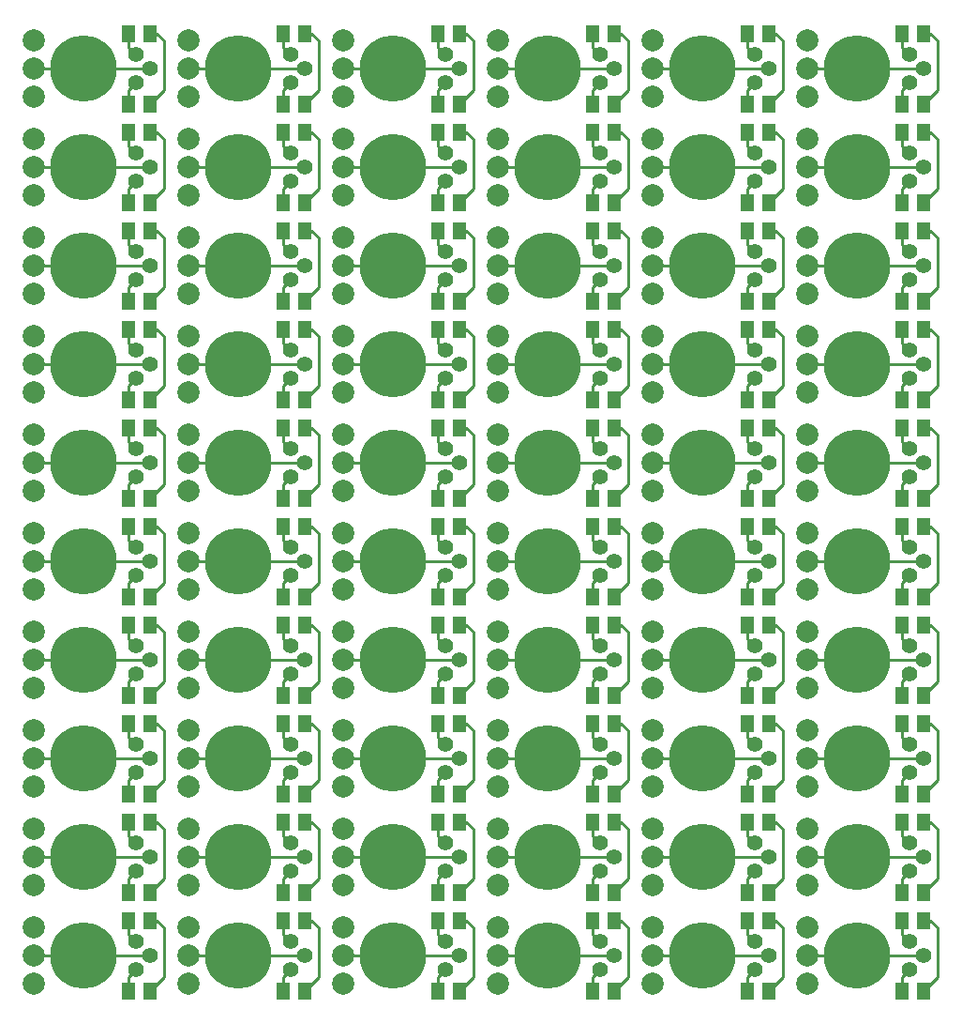
<source format=gbr>
%FSLAX34Y34*%
%MOMM*%
%LNCOPPER_TOP*%
G71*
G01*
%ADD10C, 1.400*%
%ADD11R, 1.300X1.600*%
%ADD12C, 0.250*%
%ADD13C, 2.000*%
%ADD14C, 6.000*%
%LPD*%
X114300Y962025D02*
G54D10*
D03*
X127000Y949325D02*
G54D10*
D03*
X114300Y936625D02*
G54D10*
D03*
X126950Y981075D02*
G54D11*
D03*
X107950Y981075D02*
G54D11*
D03*
X126950Y917575D02*
G54D11*
D03*
X107950Y917575D02*
G54D11*
D03*
G54D12*
X107950Y981075D02*
X107950Y968375D01*
X114300Y962025D01*
G54D12*
X126950Y981075D02*
X133350Y981075D01*
X139700Y974725D01*
X139700Y930325D01*
X126950Y917575D01*
G54D12*
X107950Y917575D02*
X107950Y930275D01*
X114300Y936625D01*
X22225Y949325D02*
G54D13*
D03*
X22225Y974725D02*
G54D13*
D03*
X22225Y923925D02*
G54D13*
D03*
X66675Y949325D02*
G54D14*
D03*
G54D12*
X15875Y949325D02*
X63500Y949325D01*
G54D12*
X63500Y949325D02*
X127000Y949325D01*
X254000Y962025D02*
G54D10*
D03*
X266700Y949325D02*
G54D10*
D03*
X254000Y936625D02*
G54D10*
D03*
X266650Y981075D02*
G54D11*
D03*
X247650Y981075D02*
G54D11*
D03*
X266650Y917575D02*
G54D11*
D03*
X247650Y917575D02*
G54D11*
D03*
G54D12*
X247650Y981075D02*
X247650Y968375D01*
X254000Y962025D01*
G54D12*
X266650Y981075D02*
X273050Y981075D01*
X279400Y974725D01*
X279400Y930325D01*
X266650Y917575D01*
G54D12*
X247650Y917575D02*
X247650Y930275D01*
X254000Y936625D01*
X161925Y949325D02*
G54D13*
D03*
X161925Y974725D02*
G54D13*
D03*
X161925Y923925D02*
G54D13*
D03*
X206375Y949325D02*
G54D14*
D03*
G54D12*
X155575Y949325D02*
X203200Y949325D01*
G54D12*
X203200Y949325D02*
X266700Y949325D01*
X393700Y962025D02*
G54D10*
D03*
X406400Y949325D02*
G54D10*
D03*
X393700Y936625D02*
G54D10*
D03*
X406350Y981075D02*
G54D11*
D03*
X387350Y981075D02*
G54D11*
D03*
X406350Y917575D02*
G54D11*
D03*
X387350Y917575D02*
G54D11*
D03*
G54D12*
X387350Y981075D02*
X387350Y968375D01*
X393700Y962025D01*
G54D12*
X406350Y981075D02*
X412750Y981075D01*
X419100Y974725D01*
X419100Y930325D01*
X406350Y917575D01*
G54D12*
X387350Y917575D02*
X387350Y930275D01*
X393700Y936625D01*
X301625Y949325D02*
G54D13*
D03*
X301625Y974725D02*
G54D13*
D03*
X301625Y923925D02*
G54D13*
D03*
X346075Y949325D02*
G54D14*
D03*
G54D12*
X295275Y949325D02*
X342900Y949325D01*
G54D12*
X342900Y949325D02*
X406400Y949325D01*
X533400Y962025D02*
G54D10*
D03*
X546100Y949325D02*
G54D10*
D03*
X533400Y936625D02*
G54D10*
D03*
X546050Y981075D02*
G54D11*
D03*
X527050Y981075D02*
G54D11*
D03*
X546050Y917575D02*
G54D11*
D03*
X527050Y917575D02*
G54D11*
D03*
G54D12*
X527050Y981075D02*
X527050Y968375D01*
X533400Y962025D01*
G54D12*
X546050Y981075D02*
X552450Y981075D01*
X558800Y974725D01*
X558800Y930325D01*
X546050Y917575D01*
G54D12*
X527050Y917575D02*
X527050Y930275D01*
X533400Y936625D01*
X441325Y949325D02*
G54D13*
D03*
X441325Y974725D02*
G54D13*
D03*
X441325Y923925D02*
G54D13*
D03*
X485775Y949325D02*
G54D14*
D03*
G54D12*
X434975Y949325D02*
X482600Y949325D01*
G54D12*
X482600Y949325D02*
X546100Y949325D01*
X673100Y962025D02*
G54D10*
D03*
X685800Y949325D02*
G54D10*
D03*
X673100Y936625D02*
G54D10*
D03*
X685750Y981075D02*
G54D11*
D03*
X666750Y981075D02*
G54D11*
D03*
X685750Y917575D02*
G54D11*
D03*
X666750Y917575D02*
G54D11*
D03*
G54D12*
X666750Y981075D02*
X666750Y968375D01*
X673100Y962025D01*
G54D12*
X685750Y981075D02*
X692150Y981075D01*
X698500Y974725D01*
X698500Y930325D01*
X685750Y917575D01*
G54D12*
X666750Y917575D02*
X666750Y930275D01*
X673100Y936625D01*
X581025Y949325D02*
G54D13*
D03*
X581025Y974725D02*
G54D13*
D03*
X581025Y923925D02*
G54D13*
D03*
X625475Y949325D02*
G54D14*
D03*
G54D12*
X574675Y949325D02*
X622300Y949325D01*
G54D12*
X622300Y949325D02*
X685800Y949325D01*
X812800Y962025D02*
G54D10*
D03*
X825500Y949325D02*
G54D10*
D03*
X812800Y936625D02*
G54D10*
D03*
X825450Y981075D02*
G54D11*
D03*
X806450Y981075D02*
G54D11*
D03*
X825450Y917575D02*
G54D11*
D03*
X806450Y917575D02*
G54D11*
D03*
G54D12*
X806450Y981075D02*
X806450Y968375D01*
X812800Y962025D01*
G54D12*
X825450Y981075D02*
X831850Y981075D01*
X838200Y974725D01*
X838200Y930325D01*
X825450Y917575D01*
G54D12*
X806450Y917575D02*
X806450Y930275D01*
X812800Y936625D01*
X720725Y949325D02*
G54D13*
D03*
X720725Y974725D02*
G54D13*
D03*
X720725Y923925D02*
G54D13*
D03*
X765175Y949325D02*
G54D14*
D03*
G54D12*
X714375Y949325D02*
X762000Y949325D01*
G54D12*
X762000Y949325D02*
X825500Y949325D01*
X114300Y873125D02*
G54D10*
D03*
X127000Y860425D02*
G54D10*
D03*
X114300Y847725D02*
G54D10*
D03*
X126950Y892175D02*
G54D11*
D03*
X107950Y892175D02*
G54D11*
D03*
X126950Y828675D02*
G54D11*
D03*
X107950Y828675D02*
G54D11*
D03*
G54D12*
X107950Y892175D02*
X107950Y879475D01*
X114300Y873125D01*
G54D12*
X126950Y892175D02*
X133350Y892175D01*
X139700Y885825D01*
X139700Y841425D01*
X126950Y828675D01*
G54D12*
X107950Y828675D02*
X107950Y841375D01*
X114300Y847725D01*
X22225Y860425D02*
G54D13*
D03*
X22225Y885825D02*
G54D13*
D03*
X22225Y835025D02*
G54D13*
D03*
X66675Y860425D02*
G54D14*
D03*
G54D12*
X15875Y860425D02*
X63500Y860425D01*
G54D12*
X63500Y860425D02*
X127000Y860425D01*
X254000Y873125D02*
G54D10*
D03*
X266700Y860425D02*
G54D10*
D03*
X254000Y847725D02*
G54D10*
D03*
X266650Y892175D02*
G54D11*
D03*
X247650Y892175D02*
G54D11*
D03*
X266650Y828675D02*
G54D11*
D03*
X247650Y828675D02*
G54D11*
D03*
G54D12*
X247650Y892175D02*
X247650Y879475D01*
X254000Y873125D01*
G54D12*
X266650Y892175D02*
X273050Y892175D01*
X279400Y885825D01*
X279400Y841425D01*
X266650Y828675D01*
G54D12*
X247650Y828675D02*
X247650Y841375D01*
X254000Y847725D01*
X161925Y860425D02*
G54D13*
D03*
X161925Y885825D02*
G54D13*
D03*
X161925Y835025D02*
G54D13*
D03*
X206375Y860425D02*
G54D14*
D03*
G54D12*
X155575Y860425D02*
X203200Y860425D01*
G54D12*
X203200Y860425D02*
X266700Y860425D01*
X393700Y873125D02*
G54D10*
D03*
X406400Y860425D02*
G54D10*
D03*
X393700Y847725D02*
G54D10*
D03*
X406350Y892175D02*
G54D11*
D03*
X387350Y892175D02*
G54D11*
D03*
X406350Y828675D02*
G54D11*
D03*
X387350Y828675D02*
G54D11*
D03*
G54D12*
X387350Y892175D02*
X387350Y879475D01*
X393700Y873125D01*
G54D12*
X406350Y892175D02*
X412750Y892175D01*
X419100Y885825D01*
X419100Y841425D01*
X406350Y828675D01*
G54D12*
X387350Y828675D02*
X387350Y841375D01*
X393700Y847725D01*
X301625Y860425D02*
G54D13*
D03*
X301625Y885825D02*
G54D13*
D03*
X301625Y835025D02*
G54D13*
D03*
X346075Y860425D02*
G54D14*
D03*
G54D12*
X295275Y860425D02*
X342900Y860425D01*
G54D12*
X342900Y860425D02*
X406400Y860425D01*
X533400Y873125D02*
G54D10*
D03*
X546100Y860425D02*
G54D10*
D03*
X533400Y847725D02*
G54D10*
D03*
X546050Y892175D02*
G54D11*
D03*
X527050Y892175D02*
G54D11*
D03*
X546050Y828675D02*
G54D11*
D03*
X527050Y828675D02*
G54D11*
D03*
G54D12*
X527050Y892175D02*
X527050Y879475D01*
X533400Y873125D01*
G54D12*
X546050Y892175D02*
X552450Y892175D01*
X558800Y885825D01*
X558800Y841425D01*
X546050Y828675D01*
G54D12*
X527050Y828675D02*
X527050Y841375D01*
X533400Y847725D01*
X441325Y860425D02*
G54D13*
D03*
X441325Y885825D02*
G54D13*
D03*
X441325Y835025D02*
G54D13*
D03*
X485775Y860425D02*
G54D14*
D03*
G54D12*
X434975Y860425D02*
X482600Y860425D01*
G54D12*
X482600Y860425D02*
X546100Y860425D01*
X673100Y873125D02*
G54D10*
D03*
X685800Y860425D02*
G54D10*
D03*
X673100Y847725D02*
G54D10*
D03*
X685750Y892175D02*
G54D11*
D03*
X666750Y892175D02*
G54D11*
D03*
X685750Y828675D02*
G54D11*
D03*
X666750Y828675D02*
G54D11*
D03*
G54D12*
X666750Y892175D02*
X666750Y879475D01*
X673100Y873125D01*
G54D12*
X685750Y892175D02*
X692150Y892175D01*
X698500Y885825D01*
X698500Y841425D01*
X685750Y828675D01*
G54D12*
X666750Y828675D02*
X666750Y841375D01*
X673100Y847725D01*
X581025Y860425D02*
G54D13*
D03*
X581025Y885825D02*
G54D13*
D03*
X581025Y835025D02*
G54D13*
D03*
X625475Y860425D02*
G54D14*
D03*
G54D12*
X574675Y860425D02*
X622300Y860425D01*
G54D12*
X622300Y860425D02*
X685800Y860425D01*
X812800Y873125D02*
G54D10*
D03*
X825500Y860425D02*
G54D10*
D03*
X812800Y847725D02*
G54D10*
D03*
X825450Y892175D02*
G54D11*
D03*
X806450Y892175D02*
G54D11*
D03*
X825450Y828675D02*
G54D11*
D03*
X806450Y828675D02*
G54D11*
D03*
G54D12*
X806450Y892175D02*
X806450Y879475D01*
X812800Y873125D01*
G54D12*
X825450Y892175D02*
X831850Y892175D01*
X838200Y885825D01*
X838200Y841425D01*
X825450Y828675D01*
G54D12*
X806450Y828675D02*
X806450Y841375D01*
X812800Y847725D01*
X720725Y860425D02*
G54D13*
D03*
X720725Y885825D02*
G54D13*
D03*
X720725Y835025D02*
G54D13*
D03*
X765175Y860425D02*
G54D14*
D03*
G54D12*
X714375Y860425D02*
X762000Y860425D01*
G54D12*
X762000Y860425D02*
X825500Y860425D01*
X114300Y784225D02*
G54D10*
D03*
X127000Y771525D02*
G54D10*
D03*
X114300Y758825D02*
G54D10*
D03*
X126950Y803275D02*
G54D11*
D03*
X107950Y803275D02*
G54D11*
D03*
X126950Y739775D02*
G54D11*
D03*
X107950Y739775D02*
G54D11*
D03*
G54D12*
X107950Y803275D02*
X107950Y790575D01*
X114300Y784225D01*
G54D12*
X126950Y803275D02*
X133350Y803275D01*
X139700Y796925D01*
X139700Y752525D01*
X126950Y739775D01*
G54D12*
X107950Y739775D02*
X107950Y752475D01*
X114300Y758825D01*
X22225Y771525D02*
G54D13*
D03*
X22225Y796925D02*
G54D13*
D03*
X22225Y746125D02*
G54D13*
D03*
X66675Y771525D02*
G54D14*
D03*
G54D12*
X15875Y771525D02*
X63500Y771525D01*
G54D12*
X63500Y771525D02*
X127000Y771525D01*
X254000Y784225D02*
G54D10*
D03*
X266700Y771525D02*
G54D10*
D03*
X254000Y758825D02*
G54D10*
D03*
X266650Y803275D02*
G54D11*
D03*
X247650Y803275D02*
G54D11*
D03*
X266650Y739775D02*
G54D11*
D03*
X247650Y739775D02*
G54D11*
D03*
G54D12*
X247650Y803275D02*
X247650Y790575D01*
X254000Y784225D01*
G54D12*
X266650Y803275D02*
X273050Y803275D01*
X279400Y796925D01*
X279400Y752525D01*
X266650Y739775D01*
G54D12*
X247650Y739775D02*
X247650Y752475D01*
X254000Y758825D01*
X161925Y771525D02*
G54D13*
D03*
X161925Y796925D02*
G54D13*
D03*
X161925Y746125D02*
G54D13*
D03*
X206375Y771525D02*
G54D14*
D03*
G54D12*
X155575Y771525D02*
X203200Y771525D01*
G54D12*
X203200Y771525D02*
X266700Y771525D01*
X393700Y784225D02*
G54D10*
D03*
X406400Y771525D02*
G54D10*
D03*
X393700Y758825D02*
G54D10*
D03*
X406350Y803275D02*
G54D11*
D03*
X387350Y803275D02*
G54D11*
D03*
X406350Y739775D02*
G54D11*
D03*
X387350Y739775D02*
G54D11*
D03*
G54D12*
X387350Y803275D02*
X387350Y790575D01*
X393700Y784225D01*
G54D12*
X406350Y803275D02*
X412750Y803275D01*
X419100Y796925D01*
X419100Y752525D01*
X406350Y739775D01*
G54D12*
X387350Y739775D02*
X387350Y752475D01*
X393700Y758825D01*
X301625Y771525D02*
G54D13*
D03*
X301625Y796925D02*
G54D13*
D03*
X301625Y746125D02*
G54D13*
D03*
X346075Y771525D02*
G54D14*
D03*
G54D12*
X295275Y771525D02*
X342900Y771525D01*
G54D12*
X342900Y771525D02*
X406400Y771525D01*
X533400Y784225D02*
G54D10*
D03*
X546100Y771525D02*
G54D10*
D03*
X533400Y758825D02*
G54D10*
D03*
X546050Y803275D02*
G54D11*
D03*
X527050Y803275D02*
G54D11*
D03*
X546050Y739775D02*
G54D11*
D03*
X527050Y739775D02*
G54D11*
D03*
G54D12*
X527050Y803275D02*
X527050Y790575D01*
X533400Y784225D01*
G54D12*
X546050Y803275D02*
X552450Y803275D01*
X558800Y796925D01*
X558800Y752525D01*
X546050Y739775D01*
G54D12*
X527050Y739775D02*
X527050Y752475D01*
X533400Y758825D01*
X441325Y771525D02*
G54D13*
D03*
X441325Y796925D02*
G54D13*
D03*
X441325Y746125D02*
G54D13*
D03*
X485775Y771525D02*
G54D14*
D03*
G54D12*
X434975Y771525D02*
X482600Y771525D01*
G54D12*
X482600Y771525D02*
X546100Y771525D01*
X673100Y784225D02*
G54D10*
D03*
X685800Y771525D02*
G54D10*
D03*
X673100Y758825D02*
G54D10*
D03*
X685750Y803275D02*
G54D11*
D03*
X666750Y803275D02*
G54D11*
D03*
X685750Y739775D02*
G54D11*
D03*
X666750Y739775D02*
G54D11*
D03*
G54D12*
X666750Y803275D02*
X666750Y790575D01*
X673100Y784225D01*
G54D12*
X685750Y803275D02*
X692150Y803275D01*
X698500Y796925D01*
X698500Y752525D01*
X685750Y739775D01*
G54D12*
X666750Y739775D02*
X666750Y752475D01*
X673100Y758825D01*
X581025Y771525D02*
G54D13*
D03*
X581025Y796925D02*
G54D13*
D03*
X581025Y746125D02*
G54D13*
D03*
X625475Y771525D02*
G54D14*
D03*
G54D12*
X574675Y771525D02*
X622300Y771525D01*
G54D12*
X622300Y771525D02*
X685800Y771525D01*
X812800Y784225D02*
G54D10*
D03*
X825500Y771525D02*
G54D10*
D03*
X812800Y758825D02*
G54D10*
D03*
X825450Y803275D02*
G54D11*
D03*
X806450Y803275D02*
G54D11*
D03*
X825450Y739775D02*
G54D11*
D03*
X806450Y739775D02*
G54D11*
D03*
G54D12*
X806450Y803275D02*
X806450Y790575D01*
X812800Y784225D01*
G54D12*
X825450Y803275D02*
X831850Y803275D01*
X838200Y796925D01*
X838200Y752525D01*
X825450Y739775D01*
G54D12*
X806450Y739775D02*
X806450Y752475D01*
X812800Y758825D01*
X720725Y771525D02*
G54D13*
D03*
X720725Y796925D02*
G54D13*
D03*
X720725Y746125D02*
G54D13*
D03*
X765175Y771525D02*
G54D14*
D03*
G54D12*
X714375Y771525D02*
X762000Y771525D01*
G54D12*
X762000Y771525D02*
X825500Y771525D01*
X114300Y695325D02*
G54D10*
D03*
X127000Y682625D02*
G54D10*
D03*
X114300Y669925D02*
G54D10*
D03*
X126950Y714375D02*
G54D11*
D03*
X107950Y714375D02*
G54D11*
D03*
X126950Y650875D02*
G54D11*
D03*
X107950Y650875D02*
G54D11*
D03*
G54D12*
X107950Y714375D02*
X107950Y701675D01*
X114300Y695325D01*
G54D12*
X126950Y714375D02*
X133350Y714375D01*
X139700Y708025D01*
X139700Y663625D01*
X126950Y650875D01*
G54D12*
X107950Y650875D02*
X107950Y663575D01*
X114300Y669925D01*
X22225Y682625D02*
G54D13*
D03*
X22225Y708025D02*
G54D13*
D03*
X22225Y657225D02*
G54D13*
D03*
X66675Y682625D02*
G54D14*
D03*
G54D12*
X15875Y682625D02*
X63500Y682625D01*
G54D12*
X63500Y682625D02*
X127000Y682625D01*
X254000Y695325D02*
G54D10*
D03*
X266700Y682625D02*
G54D10*
D03*
X254000Y669925D02*
G54D10*
D03*
X266650Y714375D02*
G54D11*
D03*
X247650Y714375D02*
G54D11*
D03*
X266650Y650875D02*
G54D11*
D03*
X247650Y650875D02*
G54D11*
D03*
G54D12*
X247650Y714375D02*
X247650Y701675D01*
X254000Y695325D01*
G54D12*
X266650Y714375D02*
X273050Y714375D01*
X279400Y708025D01*
X279400Y663625D01*
X266650Y650875D01*
G54D12*
X247650Y650875D02*
X247650Y663575D01*
X254000Y669925D01*
X161925Y682625D02*
G54D13*
D03*
X161925Y708025D02*
G54D13*
D03*
X161925Y657225D02*
G54D13*
D03*
X206375Y682625D02*
G54D14*
D03*
G54D12*
X155575Y682625D02*
X203200Y682625D01*
G54D12*
X203200Y682625D02*
X266700Y682625D01*
X393700Y695325D02*
G54D10*
D03*
X406400Y682625D02*
G54D10*
D03*
X393700Y669925D02*
G54D10*
D03*
X406350Y714375D02*
G54D11*
D03*
X387350Y714375D02*
G54D11*
D03*
X406350Y650875D02*
G54D11*
D03*
X387350Y650875D02*
G54D11*
D03*
G54D12*
X387350Y714375D02*
X387350Y701675D01*
X393700Y695325D01*
G54D12*
X406350Y714375D02*
X412750Y714375D01*
X419100Y708025D01*
X419100Y663625D01*
X406350Y650875D01*
G54D12*
X387350Y650875D02*
X387350Y663575D01*
X393700Y669925D01*
X301625Y682625D02*
G54D13*
D03*
X301625Y708025D02*
G54D13*
D03*
X301625Y657225D02*
G54D13*
D03*
X346075Y682625D02*
G54D14*
D03*
G54D12*
X295275Y682625D02*
X342900Y682625D01*
G54D12*
X342900Y682625D02*
X406400Y682625D01*
X533400Y695325D02*
G54D10*
D03*
X546100Y682625D02*
G54D10*
D03*
X533400Y669925D02*
G54D10*
D03*
X546050Y714375D02*
G54D11*
D03*
X527050Y714375D02*
G54D11*
D03*
X546050Y650875D02*
G54D11*
D03*
X527050Y650875D02*
G54D11*
D03*
G54D12*
X527050Y714375D02*
X527050Y701675D01*
X533400Y695325D01*
G54D12*
X546050Y714375D02*
X552450Y714375D01*
X558800Y708025D01*
X558800Y663625D01*
X546050Y650875D01*
G54D12*
X527050Y650875D02*
X527050Y663575D01*
X533400Y669925D01*
X441325Y682625D02*
G54D13*
D03*
X441325Y708025D02*
G54D13*
D03*
X441325Y657225D02*
G54D13*
D03*
X485775Y682625D02*
G54D14*
D03*
G54D12*
X434975Y682625D02*
X482600Y682625D01*
G54D12*
X482600Y682625D02*
X546100Y682625D01*
X673100Y695325D02*
G54D10*
D03*
X685800Y682625D02*
G54D10*
D03*
X673100Y669925D02*
G54D10*
D03*
X685750Y714375D02*
G54D11*
D03*
X666750Y714375D02*
G54D11*
D03*
X685750Y650875D02*
G54D11*
D03*
X666750Y650875D02*
G54D11*
D03*
G54D12*
X666750Y714375D02*
X666750Y701675D01*
X673100Y695325D01*
G54D12*
X685750Y714375D02*
X692150Y714375D01*
X698500Y708025D01*
X698500Y663625D01*
X685750Y650875D01*
G54D12*
X666750Y650875D02*
X666750Y663575D01*
X673100Y669925D01*
X581025Y682625D02*
G54D13*
D03*
X581025Y708025D02*
G54D13*
D03*
X581025Y657225D02*
G54D13*
D03*
X625475Y682625D02*
G54D14*
D03*
G54D12*
X574675Y682625D02*
X622300Y682625D01*
G54D12*
X622300Y682625D02*
X685800Y682625D01*
X812800Y695325D02*
G54D10*
D03*
X825500Y682625D02*
G54D10*
D03*
X812800Y669925D02*
G54D10*
D03*
X825450Y714375D02*
G54D11*
D03*
X806450Y714375D02*
G54D11*
D03*
X825450Y650875D02*
G54D11*
D03*
X806450Y650875D02*
G54D11*
D03*
G54D12*
X806450Y714375D02*
X806450Y701675D01*
X812800Y695325D01*
G54D12*
X825450Y714375D02*
X831850Y714375D01*
X838200Y708025D01*
X838200Y663625D01*
X825450Y650875D01*
G54D12*
X806450Y650875D02*
X806450Y663575D01*
X812800Y669925D01*
X720725Y682625D02*
G54D13*
D03*
X720725Y708025D02*
G54D13*
D03*
X720725Y657225D02*
G54D13*
D03*
X765175Y682625D02*
G54D14*
D03*
G54D12*
X714375Y682625D02*
X762000Y682625D01*
G54D12*
X762000Y682625D02*
X825500Y682625D01*
X114300Y606425D02*
G54D10*
D03*
X127000Y593725D02*
G54D10*
D03*
X114300Y581025D02*
G54D10*
D03*
X126950Y625475D02*
G54D11*
D03*
X107950Y625475D02*
G54D11*
D03*
X126950Y561975D02*
G54D11*
D03*
X107950Y561975D02*
G54D11*
D03*
G54D12*
X107950Y625475D02*
X107950Y612775D01*
X114300Y606425D01*
G54D12*
X126950Y625475D02*
X133350Y625475D01*
X139700Y619125D01*
X139700Y574725D01*
X126950Y561975D01*
G54D12*
X107950Y561975D02*
X107950Y574675D01*
X114300Y581025D01*
X22225Y593725D02*
G54D13*
D03*
X22225Y619125D02*
G54D13*
D03*
X22225Y568325D02*
G54D13*
D03*
X66675Y593725D02*
G54D14*
D03*
G54D12*
X15875Y593725D02*
X63500Y593725D01*
G54D12*
X63500Y593725D02*
X127000Y593725D01*
X254000Y606425D02*
G54D10*
D03*
X266700Y593725D02*
G54D10*
D03*
X254000Y581025D02*
G54D10*
D03*
X266650Y625475D02*
G54D11*
D03*
X247650Y625475D02*
G54D11*
D03*
X266650Y561975D02*
G54D11*
D03*
X247650Y561975D02*
G54D11*
D03*
G54D12*
X247650Y625475D02*
X247650Y612775D01*
X254000Y606425D01*
G54D12*
X266650Y625475D02*
X273050Y625475D01*
X279400Y619125D01*
X279400Y574725D01*
X266650Y561975D01*
G54D12*
X247650Y561975D02*
X247650Y574675D01*
X254000Y581025D01*
X161925Y593725D02*
G54D13*
D03*
X161925Y619125D02*
G54D13*
D03*
X161925Y568325D02*
G54D13*
D03*
X206375Y593725D02*
G54D14*
D03*
G54D12*
X155575Y593725D02*
X203200Y593725D01*
G54D12*
X203200Y593725D02*
X266700Y593725D01*
X393700Y606425D02*
G54D10*
D03*
X406400Y593725D02*
G54D10*
D03*
X393700Y581025D02*
G54D10*
D03*
X406350Y625475D02*
G54D11*
D03*
X387350Y625475D02*
G54D11*
D03*
X406350Y561975D02*
G54D11*
D03*
X387350Y561975D02*
G54D11*
D03*
G54D12*
X387350Y625475D02*
X387350Y612775D01*
X393700Y606425D01*
G54D12*
X406350Y625475D02*
X412750Y625475D01*
X419100Y619125D01*
X419100Y574725D01*
X406350Y561975D01*
G54D12*
X387350Y561975D02*
X387350Y574675D01*
X393700Y581025D01*
X301625Y593725D02*
G54D13*
D03*
X301625Y619125D02*
G54D13*
D03*
X301625Y568325D02*
G54D13*
D03*
X346075Y593725D02*
G54D14*
D03*
G54D12*
X295275Y593725D02*
X342900Y593725D01*
G54D12*
X342900Y593725D02*
X406400Y593725D01*
X533400Y606425D02*
G54D10*
D03*
X546100Y593725D02*
G54D10*
D03*
X533400Y581025D02*
G54D10*
D03*
X546050Y625475D02*
G54D11*
D03*
X527050Y625475D02*
G54D11*
D03*
X546050Y561975D02*
G54D11*
D03*
X527050Y561975D02*
G54D11*
D03*
G54D12*
X527050Y625475D02*
X527050Y612775D01*
X533400Y606425D01*
G54D12*
X546050Y625475D02*
X552450Y625475D01*
X558800Y619125D01*
X558800Y574725D01*
X546050Y561975D01*
G54D12*
X527050Y561975D02*
X527050Y574675D01*
X533400Y581025D01*
X441325Y593725D02*
G54D13*
D03*
X441325Y619125D02*
G54D13*
D03*
X441325Y568325D02*
G54D13*
D03*
X485775Y593725D02*
G54D14*
D03*
G54D12*
X434975Y593725D02*
X482600Y593725D01*
G54D12*
X482600Y593725D02*
X546100Y593725D01*
X673100Y606425D02*
G54D10*
D03*
X685800Y593725D02*
G54D10*
D03*
X673100Y581025D02*
G54D10*
D03*
X685750Y625475D02*
G54D11*
D03*
X666750Y625475D02*
G54D11*
D03*
X685750Y561975D02*
G54D11*
D03*
X666750Y561975D02*
G54D11*
D03*
G54D12*
X666750Y625475D02*
X666750Y612775D01*
X673100Y606425D01*
G54D12*
X685750Y625475D02*
X692150Y625475D01*
X698500Y619125D01*
X698500Y574725D01*
X685750Y561975D01*
G54D12*
X666750Y561975D02*
X666750Y574675D01*
X673100Y581025D01*
X581025Y593725D02*
G54D13*
D03*
X581025Y619125D02*
G54D13*
D03*
X581025Y568325D02*
G54D13*
D03*
X625475Y593725D02*
G54D14*
D03*
G54D12*
X574675Y593725D02*
X622300Y593725D01*
G54D12*
X622300Y593725D02*
X685800Y593725D01*
X812800Y606425D02*
G54D10*
D03*
X825500Y593725D02*
G54D10*
D03*
X812800Y581025D02*
G54D10*
D03*
X825450Y625475D02*
G54D11*
D03*
X806450Y625475D02*
G54D11*
D03*
X825450Y561975D02*
G54D11*
D03*
X806450Y561975D02*
G54D11*
D03*
G54D12*
X806450Y625475D02*
X806450Y612775D01*
X812800Y606425D01*
G54D12*
X825450Y625475D02*
X831850Y625475D01*
X838200Y619125D01*
X838200Y574725D01*
X825450Y561975D01*
G54D12*
X806450Y561975D02*
X806450Y574675D01*
X812800Y581025D01*
X720725Y593725D02*
G54D13*
D03*
X720725Y619125D02*
G54D13*
D03*
X720725Y568325D02*
G54D13*
D03*
X765175Y593725D02*
G54D14*
D03*
G54D12*
X714375Y593725D02*
X762000Y593725D01*
G54D12*
X762000Y593725D02*
X825500Y593725D01*
X114300Y517525D02*
G54D10*
D03*
X127000Y504825D02*
G54D10*
D03*
X114300Y492125D02*
G54D10*
D03*
X126950Y536575D02*
G54D11*
D03*
X107950Y536575D02*
G54D11*
D03*
X126950Y473075D02*
G54D11*
D03*
X107950Y473075D02*
G54D11*
D03*
G54D12*
X107950Y536575D02*
X107950Y523875D01*
X114300Y517525D01*
G54D12*
X126950Y536575D02*
X133350Y536575D01*
X139700Y530225D01*
X139700Y485825D01*
X126950Y473075D01*
G54D12*
X107950Y473075D02*
X107950Y485775D01*
X114300Y492125D01*
X22225Y504825D02*
G54D13*
D03*
X22225Y530225D02*
G54D13*
D03*
X22225Y479425D02*
G54D13*
D03*
X66675Y504825D02*
G54D14*
D03*
G54D12*
X15875Y504825D02*
X63500Y504825D01*
G54D12*
X63500Y504825D02*
X127000Y504825D01*
X254000Y517525D02*
G54D10*
D03*
X266700Y504825D02*
G54D10*
D03*
X254000Y492125D02*
G54D10*
D03*
X266650Y536575D02*
G54D11*
D03*
X247650Y536575D02*
G54D11*
D03*
X266650Y473075D02*
G54D11*
D03*
X247650Y473075D02*
G54D11*
D03*
G54D12*
X247650Y536575D02*
X247650Y523875D01*
X254000Y517525D01*
G54D12*
X266650Y536575D02*
X273050Y536575D01*
X279400Y530225D01*
X279400Y485825D01*
X266650Y473075D01*
G54D12*
X247650Y473075D02*
X247650Y485775D01*
X254000Y492125D01*
X161925Y504825D02*
G54D13*
D03*
X161925Y530225D02*
G54D13*
D03*
X161925Y479425D02*
G54D13*
D03*
X206375Y504825D02*
G54D14*
D03*
G54D12*
X155575Y504825D02*
X203200Y504825D01*
G54D12*
X203200Y504825D02*
X266700Y504825D01*
X393700Y517525D02*
G54D10*
D03*
X406400Y504825D02*
G54D10*
D03*
X393700Y492125D02*
G54D10*
D03*
X406350Y536575D02*
G54D11*
D03*
X387350Y536575D02*
G54D11*
D03*
X406350Y473075D02*
G54D11*
D03*
X387350Y473075D02*
G54D11*
D03*
G54D12*
X387350Y536575D02*
X387350Y523875D01*
X393700Y517525D01*
G54D12*
X406350Y536575D02*
X412750Y536575D01*
X419100Y530225D01*
X419100Y485825D01*
X406350Y473075D01*
G54D12*
X387350Y473075D02*
X387350Y485775D01*
X393700Y492125D01*
X301625Y504825D02*
G54D13*
D03*
X301625Y530225D02*
G54D13*
D03*
X301625Y479425D02*
G54D13*
D03*
X346075Y504825D02*
G54D14*
D03*
G54D12*
X295275Y504825D02*
X342900Y504825D01*
G54D12*
X342900Y504825D02*
X406400Y504825D01*
X533400Y517525D02*
G54D10*
D03*
X546100Y504825D02*
G54D10*
D03*
X533400Y492125D02*
G54D10*
D03*
X546050Y536575D02*
G54D11*
D03*
X527050Y536575D02*
G54D11*
D03*
X546050Y473075D02*
G54D11*
D03*
X527050Y473075D02*
G54D11*
D03*
G54D12*
X527050Y536575D02*
X527050Y523875D01*
X533400Y517525D01*
G54D12*
X546050Y536575D02*
X552450Y536575D01*
X558800Y530225D01*
X558800Y485825D01*
X546050Y473075D01*
G54D12*
X527050Y473075D02*
X527050Y485775D01*
X533400Y492125D01*
X441325Y504825D02*
G54D13*
D03*
X441325Y530225D02*
G54D13*
D03*
X441325Y479425D02*
G54D13*
D03*
X485775Y504825D02*
G54D14*
D03*
G54D12*
X434975Y504825D02*
X482600Y504825D01*
G54D12*
X482600Y504825D02*
X546100Y504825D01*
X673100Y517525D02*
G54D10*
D03*
X685800Y504825D02*
G54D10*
D03*
X673100Y492125D02*
G54D10*
D03*
X685750Y536575D02*
G54D11*
D03*
X666750Y536575D02*
G54D11*
D03*
X685750Y473075D02*
G54D11*
D03*
X666750Y473075D02*
G54D11*
D03*
G54D12*
X666750Y536575D02*
X666750Y523875D01*
X673100Y517525D01*
G54D12*
X685750Y536575D02*
X692150Y536575D01*
X698500Y530225D01*
X698500Y485825D01*
X685750Y473075D01*
G54D12*
X666750Y473075D02*
X666750Y485775D01*
X673100Y492125D01*
X581025Y504825D02*
G54D13*
D03*
X581025Y530225D02*
G54D13*
D03*
X581025Y479425D02*
G54D13*
D03*
X625475Y504825D02*
G54D14*
D03*
G54D12*
X574675Y504825D02*
X622300Y504825D01*
G54D12*
X622300Y504825D02*
X685800Y504825D01*
X812800Y517525D02*
G54D10*
D03*
X825500Y504825D02*
G54D10*
D03*
X812800Y492125D02*
G54D10*
D03*
X825450Y536575D02*
G54D11*
D03*
X806450Y536575D02*
G54D11*
D03*
X825450Y473075D02*
G54D11*
D03*
X806450Y473075D02*
G54D11*
D03*
G54D12*
X806450Y536575D02*
X806450Y523875D01*
X812800Y517525D01*
G54D12*
X825450Y536575D02*
X831850Y536575D01*
X838200Y530225D01*
X838200Y485825D01*
X825450Y473075D01*
G54D12*
X806450Y473075D02*
X806450Y485775D01*
X812800Y492125D01*
X720725Y504825D02*
G54D13*
D03*
X720725Y530225D02*
G54D13*
D03*
X720725Y479425D02*
G54D13*
D03*
X765175Y504825D02*
G54D14*
D03*
G54D12*
X714375Y504825D02*
X762000Y504825D01*
G54D12*
X762000Y504825D02*
X825500Y504825D01*
X114300Y428625D02*
G54D10*
D03*
X127000Y415925D02*
G54D10*
D03*
X114300Y403225D02*
G54D10*
D03*
X126950Y447675D02*
G54D11*
D03*
X107950Y447675D02*
G54D11*
D03*
X126950Y384175D02*
G54D11*
D03*
X107950Y384175D02*
G54D11*
D03*
G54D12*
X107950Y447675D02*
X107950Y434975D01*
X114300Y428625D01*
G54D12*
X126950Y447675D02*
X133350Y447675D01*
X139700Y441325D01*
X139700Y396925D01*
X126950Y384175D01*
G54D12*
X107950Y384175D02*
X107950Y396875D01*
X114300Y403225D01*
X22225Y415925D02*
G54D13*
D03*
X22225Y441325D02*
G54D13*
D03*
X22225Y390525D02*
G54D13*
D03*
X66675Y415925D02*
G54D14*
D03*
G54D12*
X15875Y415925D02*
X63500Y415925D01*
G54D12*
X63500Y415925D02*
X127000Y415925D01*
X254000Y428625D02*
G54D10*
D03*
X266700Y415925D02*
G54D10*
D03*
X254000Y403225D02*
G54D10*
D03*
X266650Y447675D02*
G54D11*
D03*
X247650Y447675D02*
G54D11*
D03*
X266650Y384175D02*
G54D11*
D03*
X247650Y384175D02*
G54D11*
D03*
G54D12*
X247650Y447675D02*
X247650Y434975D01*
X254000Y428625D01*
G54D12*
X266650Y447675D02*
X273050Y447675D01*
X279400Y441325D01*
X279400Y396925D01*
X266650Y384175D01*
G54D12*
X247650Y384175D02*
X247650Y396875D01*
X254000Y403225D01*
X161925Y415925D02*
G54D13*
D03*
X161925Y441325D02*
G54D13*
D03*
X161925Y390525D02*
G54D13*
D03*
X206375Y415925D02*
G54D14*
D03*
G54D12*
X155575Y415925D02*
X203200Y415925D01*
G54D12*
X203200Y415925D02*
X266700Y415925D01*
X393700Y428625D02*
G54D10*
D03*
X406400Y415925D02*
G54D10*
D03*
X393700Y403225D02*
G54D10*
D03*
X406350Y447675D02*
G54D11*
D03*
X387350Y447675D02*
G54D11*
D03*
X406350Y384175D02*
G54D11*
D03*
X387350Y384175D02*
G54D11*
D03*
G54D12*
X387350Y447675D02*
X387350Y434975D01*
X393700Y428625D01*
G54D12*
X406350Y447675D02*
X412750Y447675D01*
X419100Y441325D01*
X419100Y396925D01*
X406350Y384175D01*
G54D12*
X387350Y384175D02*
X387350Y396875D01*
X393700Y403225D01*
X301625Y415925D02*
G54D13*
D03*
X301625Y441325D02*
G54D13*
D03*
X301625Y390525D02*
G54D13*
D03*
X346075Y415925D02*
G54D14*
D03*
G54D12*
X295275Y415925D02*
X342900Y415925D01*
G54D12*
X342900Y415925D02*
X406400Y415925D01*
X533400Y428625D02*
G54D10*
D03*
X546100Y415925D02*
G54D10*
D03*
X533400Y403225D02*
G54D10*
D03*
X546050Y447675D02*
G54D11*
D03*
X527050Y447675D02*
G54D11*
D03*
X546050Y384175D02*
G54D11*
D03*
X527050Y384175D02*
G54D11*
D03*
G54D12*
X527050Y447675D02*
X527050Y434975D01*
X533400Y428625D01*
G54D12*
X546050Y447675D02*
X552450Y447675D01*
X558800Y441325D01*
X558800Y396925D01*
X546050Y384175D01*
G54D12*
X527050Y384175D02*
X527050Y396875D01*
X533400Y403225D01*
X441325Y415925D02*
G54D13*
D03*
X441325Y441325D02*
G54D13*
D03*
X441325Y390525D02*
G54D13*
D03*
X485775Y415925D02*
G54D14*
D03*
G54D12*
X434975Y415925D02*
X482600Y415925D01*
G54D12*
X482600Y415925D02*
X546100Y415925D01*
X673100Y428625D02*
G54D10*
D03*
X685800Y415925D02*
G54D10*
D03*
X673100Y403225D02*
G54D10*
D03*
X685750Y447675D02*
G54D11*
D03*
X666750Y447675D02*
G54D11*
D03*
X685750Y384175D02*
G54D11*
D03*
X666750Y384175D02*
G54D11*
D03*
G54D12*
X666750Y447675D02*
X666750Y434975D01*
X673100Y428625D01*
G54D12*
X685750Y447675D02*
X692150Y447675D01*
X698500Y441325D01*
X698500Y396925D01*
X685750Y384175D01*
G54D12*
X666750Y384175D02*
X666750Y396875D01*
X673100Y403225D01*
X581025Y415925D02*
G54D13*
D03*
X581025Y441325D02*
G54D13*
D03*
X581025Y390525D02*
G54D13*
D03*
X625475Y415925D02*
G54D14*
D03*
G54D12*
X574675Y415925D02*
X622300Y415925D01*
G54D12*
X622300Y415925D02*
X685800Y415925D01*
X812800Y428625D02*
G54D10*
D03*
X825500Y415925D02*
G54D10*
D03*
X812800Y403225D02*
G54D10*
D03*
X825450Y447675D02*
G54D11*
D03*
X806450Y447675D02*
G54D11*
D03*
X825450Y384175D02*
G54D11*
D03*
X806450Y384175D02*
G54D11*
D03*
G54D12*
X806450Y447675D02*
X806450Y434975D01*
X812800Y428625D01*
G54D12*
X825450Y447675D02*
X831850Y447675D01*
X838200Y441325D01*
X838200Y396925D01*
X825450Y384175D01*
G54D12*
X806450Y384175D02*
X806450Y396875D01*
X812800Y403225D01*
X720725Y415925D02*
G54D13*
D03*
X720725Y441325D02*
G54D13*
D03*
X720725Y390525D02*
G54D13*
D03*
X765175Y415925D02*
G54D14*
D03*
G54D12*
X714375Y415925D02*
X762000Y415925D01*
G54D12*
X762000Y415925D02*
X825500Y415925D01*
X114300Y339725D02*
G54D10*
D03*
X127000Y327025D02*
G54D10*
D03*
X114300Y314325D02*
G54D10*
D03*
X126950Y358775D02*
G54D11*
D03*
X107950Y358775D02*
G54D11*
D03*
X126950Y295275D02*
G54D11*
D03*
X107950Y295275D02*
G54D11*
D03*
G54D12*
X107950Y358775D02*
X107950Y346075D01*
X114300Y339725D01*
G54D12*
X126950Y358775D02*
X133350Y358775D01*
X139700Y352425D01*
X139700Y308025D01*
X126950Y295275D01*
G54D12*
X107950Y295275D02*
X107950Y307975D01*
X114300Y314325D01*
X22225Y327025D02*
G54D13*
D03*
X22225Y352425D02*
G54D13*
D03*
X22225Y301625D02*
G54D13*
D03*
X66675Y327025D02*
G54D14*
D03*
G54D12*
X15875Y327025D02*
X63500Y327025D01*
G54D12*
X63500Y327025D02*
X127000Y327025D01*
X254000Y339725D02*
G54D10*
D03*
X266700Y327025D02*
G54D10*
D03*
X254000Y314325D02*
G54D10*
D03*
X266650Y358775D02*
G54D11*
D03*
X247650Y358775D02*
G54D11*
D03*
X266650Y295275D02*
G54D11*
D03*
X247650Y295275D02*
G54D11*
D03*
G54D12*
X247650Y358775D02*
X247650Y346075D01*
X254000Y339725D01*
G54D12*
X266650Y358775D02*
X273050Y358775D01*
X279400Y352425D01*
X279400Y308025D01*
X266650Y295275D01*
G54D12*
X247650Y295275D02*
X247650Y307975D01*
X254000Y314325D01*
X161925Y327025D02*
G54D13*
D03*
X161925Y352425D02*
G54D13*
D03*
X161925Y301625D02*
G54D13*
D03*
X206375Y327025D02*
G54D14*
D03*
G54D12*
X155575Y327025D02*
X203200Y327025D01*
G54D12*
X203200Y327025D02*
X266700Y327025D01*
X393700Y339725D02*
G54D10*
D03*
X406400Y327025D02*
G54D10*
D03*
X393700Y314325D02*
G54D10*
D03*
X406350Y358775D02*
G54D11*
D03*
X387350Y358775D02*
G54D11*
D03*
X406350Y295275D02*
G54D11*
D03*
X387350Y295275D02*
G54D11*
D03*
G54D12*
X387350Y358775D02*
X387350Y346075D01*
X393700Y339725D01*
G54D12*
X406350Y358775D02*
X412750Y358775D01*
X419100Y352425D01*
X419100Y308025D01*
X406350Y295275D01*
G54D12*
X387350Y295275D02*
X387350Y307975D01*
X393700Y314325D01*
X301625Y327025D02*
G54D13*
D03*
X301625Y352425D02*
G54D13*
D03*
X301625Y301625D02*
G54D13*
D03*
X346075Y327025D02*
G54D14*
D03*
G54D12*
X295275Y327025D02*
X342900Y327025D01*
G54D12*
X342900Y327025D02*
X406400Y327025D01*
X533400Y339725D02*
G54D10*
D03*
X546100Y327025D02*
G54D10*
D03*
X533400Y314325D02*
G54D10*
D03*
X546050Y358775D02*
G54D11*
D03*
X527050Y358775D02*
G54D11*
D03*
X546050Y295275D02*
G54D11*
D03*
X527050Y295275D02*
G54D11*
D03*
G54D12*
X527050Y358775D02*
X527050Y346075D01*
X533400Y339725D01*
G54D12*
X546050Y358775D02*
X552450Y358775D01*
X558800Y352425D01*
X558800Y308025D01*
X546050Y295275D01*
G54D12*
X527050Y295275D02*
X527050Y307975D01*
X533400Y314325D01*
X441325Y327025D02*
G54D13*
D03*
X441325Y352425D02*
G54D13*
D03*
X441325Y301625D02*
G54D13*
D03*
X485775Y327025D02*
G54D14*
D03*
G54D12*
X434975Y327025D02*
X482600Y327025D01*
G54D12*
X482600Y327025D02*
X546100Y327025D01*
X673100Y339725D02*
G54D10*
D03*
X685800Y327025D02*
G54D10*
D03*
X673100Y314325D02*
G54D10*
D03*
X685750Y358775D02*
G54D11*
D03*
X666750Y358775D02*
G54D11*
D03*
X685750Y295275D02*
G54D11*
D03*
X666750Y295275D02*
G54D11*
D03*
G54D12*
X666750Y358775D02*
X666750Y346075D01*
X673100Y339725D01*
G54D12*
X685750Y358775D02*
X692150Y358775D01*
X698500Y352425D01*
X698500Y308025D01*
X685750Y295275D01*
G54D12*
X666750Y295275D02*
X666750Y307975D01*
X673100Y314325D01*
X581025Y327025D02*
G54D13*
D03*
X581025Y352425D02*
G54D13*
D03*
X581025Y301625D02*
G54D13*
D03*
X625475Y327025D02*
G54D14*
D03*
G54D12*
X574675Y327025D02*
X622300Y327025D01*
G54D12*
X622300Y327025D02*
X685800Y327025D01*
X812800Y339725D02*
G54D10*
D03*
X825500Y327025D02*
G54D10*
D03*
X812800Y314325D02*
G54D10*
D03*
X825450Y358775D02*
G54D11*
D03*
X806450Y358775D02*
G54D11*
D03*
X825450Y295275D02*
G54D11*
D03*
X806450Y295275D02*
G54D11*
D03*
G54D12*
X806450Y358775D02*
X806450Y346075D01*
X812800Y339725D01*
G54D12*
X825450Y358775D02*
X831850Y358775D01*
X838200Y352425D01*
X838200Y308025D01*
X825450Y295275D01*
G54D12*
X806450Y295275D02*
X806450Y307975D01*
X812800Y314325D01*
X720725Y327025D02*
G54D13*
D03*
X720725Y352425D02*
G54D13*
D03*
X720725Y301625D02*
G54D13*
D03*
X765175Y327025D02*
G54D14*
D03*
G54D12*
X714375Y327025D02*
X762000Y327025D01*
G54D12*
X762000Y327025D02*
X825500Y327025D01*
X114300Y250825D02*
G54D10*
D03*
X127000Y238125D02*
G54D10*
D03*
X114300Y225425D02*
G54D10*
D03*
X126950Y269875D02*
G54D11*
D03*
X107950Y269875D02*
G54D11*
D03*
X126950Y206375D02*
G54D11*
D03*
X107950Y206375D02*
G54D11*
D03*
G54D12*
X107950Y269875D02*
X107950Y257175D01*
X114300Y250825D01*
G54D12*
X126950Y269875D02*
X133350Y269875D01*
X139700Y263525D01*
X139700Y219125D01*
X126950Y206375D01*
G54D12*
X107950Y206375D02*
X107950Y219075D01*
X114300Y225425D01*
X22225Y238125D02*
G54D13*
D03*
X22225Y263525D02*
G54D13*
D03*
X22225Y212725D02*
G54D13*
D03*
X66675Y238125D02*
G54D14*
D03*
G54D12*
X15875Y238125D02*
X63500Y238125D01*
G54D12*
X63500Y238125D02*
X127000Y238125D01*
X254000Y250825D02*
G54D10*
D03*
X266700Y238125D02*
G54D10*
D03*
X254000Y225425D02*
G54D10*
D03*
X266650Y269875D02*
G54D11*
D03*
X247650Y269875D02*
G54D11*
D03*
X266650Y206375D02*
G54D11*
D03*
X247650Y206375D02*
G54D11*
D03*
G54D12*
X247650Y269875D02*
X247650Y257175D01*
X254000Y250825D01*
G54D12*
X266650Y269875D02*
X273050Y269875D01*
X279400Y263525D01*
X279400Y219125D01*
X266650Y206375D01*
G54D12*
X247650Y206375D02*
X247650Y219075D01*
X254000Y225425D01*
X161925Y238125D02*
G54D13*
D03*
X161925Y263525D02*
G54D13*
D03*
X161925Y212725D02*
G54D13*
D03*
X206375Y238125D02*
G54D14*
D03*
G54D12*
X155575Y238125D02*
X203200Y238125D01*
G54D12*
X203200Y238125D02*
X266700Y238125D01*
X393700Y250825D02*
G54D10*
D03*
X406400Y238125D02*
G54D10*
D03*
X393700Y225425D02*
G54D10*
D03*
X406350Y269875D02*
G54D11*
D03*
X387350Y269875D02*
G54D11*
D03*
X406350Y206375D02*
G54D11*
D03*
X387350Y206375D02*
G54D11*
D03*
G54D12*
X387350Y269875D02*
X387350Y257175D01*
X393700Y250825D01*
G54D12*
X406350Y269875D02*
X412750Y269875D01*
X419100Y263525D01*
X419100Y219125D01*
X406350Y206375D01*
G54D12*
X387350Y206375D02*
X387350Y219075D01*
X393700Y225425D01*
X301625Y238125D02*
G54D13*
D03*
X301625Y263525D02*
G54D13*
D03*
X301625Y212725D02*
G54D13*
D03*
X346075Y238125D02*
G54D14*
D03*
G54D12*
X295275Y238125D02*
X342900Y238125D01*
G54D12*
X342900Y238125D02*
X406400Y238125D01*
X533400Y250825D02*
G54D10*
D03*
X546100Y238125D02*
G54D10*
D03*
X533400Y225425D02*
G54D10*
D03*
X546050Y269875D02*
G54D11*
D03*
X527050Y269875D02*
G54D11*
D03*
X546050Y206375D02*
G54D11*
D03*
X527050Y206375D02*
G54D11*
D03*
G54D12*
X527050Y269875D02*
X527050Y257175D01*
X533400Y250825D01*
G54D12*
X546050Y269875D02*
X552450Y269875D01*
X558800Y263525D01*
X558800Y219125D01*
X546050Y206375D01*
G54D12*
X527050Y206375D02*
X527050Y219075D01*
X533400Y225425D01*
X441325Y238125D02*
G54D13*
D03*
X441325Y263525D02*
G54D13*
D03*
X441325Y212725D02*
G54D13*
D03*
X485775Y238125D02*
G54D14*
D03*
G54D12*
X434975Y238125D02*
X482600Y238125D01*
G54D12*
X482600Y238125D02*
X546100Y238125D01*
X673100Y250825D02*
G54D10*
D03*
X685800Y238125D02*
G54D10*
D03*
X673100Y225425D02*
G54D10*
D03*
X685750Y269875D02*
G54D11*
D03*
X666750Y269875D02*
G54D11*
D03*
X685750Y206375D02*
G54D11*
D03*
X666750Y206375D02*
G54D11*
D03*
G54D12*
X666750Y269875D02*
X666750Y257175D01*
X673100Y250825D01*
G54D12*
X685750Y269875D02*
X692150Y269875D01*
X698500Y263525D01*
X698500Y219125D01*
X685750Y206375D01*
G54D12*
X666750Y206375D02*
X666750Y219075D01*
X673100Y225425D01*
X581025Y238125D02*
G54D13*
D03*
X581025Y263525D02*
G54D13*
D03*
X581025Y212725D02*
G54D13*
D03*
X625475Y238125D02*
G54D14*
D03*
G54D12*
X574675Y238125D02*
X622300Y238125D01*
G54D12*
X622300Y238125D02*
X685800Y238125D01*
X812800Y250825D02*
G54D10*
D03*
X825500Y238125D02*
G54D10*
D03*
X812800Y225425D02*
G54D10*
D03*
X825450Y269875D02*
G54D11*
D03*
X806450Y269875D02*
G54D11*
D03*
X825450Y206375D02*
G54D11*
D03*
X806450Y206375D02*
G54D11*
D03*
G54D12*
X806450Y269875D02*
X806450Y257175D01*
X812800Y250825D01*
G54D12*
X825450Y269875D02*
X831850Y269875D01*
X838200Y263525D01*
X838200Y219125D01*
X825450Y206375D01*
G54D12*
X806450Y206375D02*
X806450Y219075D01*
X812800Y225425D01*
X720725Y238125D02*
G54D13*
D03*
X720725Y263525D02*
G54D13*
D03*
X720725Y212725D02*
G54D13*
D03*
X765175Y238125D02*
G54D14*
D03*
G54D12*
X714375Y238125D02*
X762000Y238125D01*
G54D12*
X762000Y238125D02*
X825500Y238125D01*
X114300Y161925D02*
G54D10*
D03*
X127000Y149225D02*
G54D10*
D03*
X114300Y136525D02*
G54D10*
D03*
X126950Y180975D02*
G54D11*
D03*
X107950Y180975D02*
G54D11*
D03*
X126950Y117475D02*
G54D11*
D03*
X107950Y117475D02*
G54D11*
D03*
G54D12*
X107950Y180975D02*
X107950Y168275D01*
X114300Y161925D01*
G54D12*
X126950Y180975D02*
X133350Y180975D01*
X139700Y174625D01*
X139700Y130225D01*
X126950Y117475D01*
G54D12*
X107950Y117475D02*
X107950Y130175D01*
X114300Y136525D01*
X22225Y149225D02*
G54D13*
D03*
X22225Y174625D02*
G54D13*
D03*
X22225Y123825D02*
G54D13*
D03*
X66675Y149225D02*
G54D14*
D03*
G54D12*
X15875Y149225D02*
X63500Y149225D01*
G54D12*
X63500Y149225D02*
X127000Y149225D01*
X254000Y161925D02*
G54D10*
D03*
X266700Y149225D02*
G54D10*
D03*
X254000Y136525D02*
G54D10*
D03*
X266650Y180975D02*
G54D11*
D03*
X247650Y180975D02*
G54D11*
D03*
X266650Y117475D02*
G54D11*
D03*
X247650Y117475D02*
G54D11*
D03*
G54D12*
X247650Y180975D02*
X247650Y168275D01*
X254000Y161925D01*
G54D12*
X266650Y180975D02*
X273050Y180975D01*
X279400Y174625D01*
X279400Y130225D01*
X266650Y117475D01*
G54D12*
X247650Y117475D02*
X247650Y130175D01*
X254000Y136525D01*
X161925Y149225D02*
G54D13*
D03*
X161925Y174625D02*
G54D13*
D03*
X161925Y123825D02*
G54D13*
D03*
X206375Y149225D02*
G54D14*
D03*
G54D12*
X155575Y149225D02*
X203200Y149225D01*
G54D12*
X203200Y149225D02*
X266700Y149225D01*
X393700Y161925D02*
G54D10*
D03*
X406400Y149225D02*
G54D10*
D03*
X393700Y136525D02*
G54D10*
D03*
X406350Y180975D02*
G54D11*
D03*
X387350Y180975D02*
G54D11*
D03*
X406350Y117475D02*
G54D11*
D03*
X387350Y117475D02*
G54D11*
D03*
G54D12*
X387350Y180975D02*
X387350Y168275D01*
X393700Y161925D01*
G54D12*
X406350Y180975D02*
X412750Y180975D01*
X419100Y174625D01*
X419100Y130225D01*
X406350Y117475D01*
G54D12*
X387350Y117475D02*
X387350Y130175D01*
X393700Y136525D01*
X301625Y149225D02*
G54D13*
D03*
X301625Y174625D02*
G54D13*
D03*
X301625Y123825D02*
G54D13*
D03*
X346075Y149225D02*
G54D14*
D03*
G54D12*
X295275Y149225D02*
X342900Y149225D01*
G54D12*
X342900Y149225D02*
X406400Y149225D01*
X533400Y161925D02*
G54D10*
D03*
X546100Y149225D02*
G54D10*
D03*
X533400Y136525D02*
G54D10*
D03*
X546050Y180975D02*
G54D11*
D03*
X527050Y180975D02*
G54D11*
D03*
X546050Y117475D02*
G54D11*
D03*
X527050Y117475D02*
G54D11*
D03*
G54D12*
X527050Y180975D02*
X527050Y168275D01*
X533400Y161925D01*
G54D12*
X546050Y180975D02*
X552450Y180975D01*
X558800Y174625D01*
X558800Y130225D01*
X546050Y117475D01*
G54D12*
X527050Y117475D02*
X527050Y130175D01*
X533400Y136525D01*
X441325Y149225D02*
G54D13*
D03*
X441325Y174625D02*
G54D13*
D03*
X441325Y123825D02*
G54D13*
D03*
X485775Y149225D02*
G54D14*
D03*
G54D12*
X434975Y149225D02*
X482600Y149225D01*
G54D12*
X482600Y149225D02*
X546100Y149225D01*
X673100Y161925D02*
G54D10*
D03*
X685800Y149225D02*
G54D10*
D03*
X673100Y136525D02*
G54D10*
D03*
X685750Y180975D02*
G54D11*
D03*
X666750Y180975D02*
G54D11*
D03*
X685750Y117475D02*
G54D11*
D03*
X666750Y117475D02*
G54D11*
D03*
G54D12*
X666750Y180975D02*
X666750Y168275D01*
X673100Y161925D01*
G54D12*
X685750Y180975D02*
X692150Y180975D01*
X698500Y174625D01*
X698500Y130225D01*
X685750Y117475D01*
G54D12*
X666750Y117475D02*
X666750Y130175D01*
X673100Y136525D01*
X581025Y149225D02*
G54D13*
D03*
X581025Y174625D02*
G54D13*
D03*
X581025Y123825D02*
G54D13*
D03*
X625475Y149225D02*
G54D14*
D03*
G54D12*
X574675Y149225D02*
X622300Y149225D01*
G54D12*
X622300Y149225D02*
X685800Y149225D01*
X812800Y161925D02*
G54D10*
D03*
X825500Y149225D02*
G54D10*
D03*
X812800Y136525D02*
G54D10*
D03*
X825450Y180975D02*
G54D11*
D03*
X806450Y180975D02*
G54D11*
D03*
X825450Y117475D02*
G54D11*
D03*
X806450Y117475D02*
G54D11*
D03*
G54D12*
X806450Y180975D02*
X806450Y168275D01*
X812800Y161925D01*
G54D12*
X825450Y180975D02*
X831850Y180975D01*
X838200Y174625D01*
X838200Y130225D01*
X825450Y117475D01*
G54D12*
X806450Y117475D02*
X806450Y130175D01*
X812800Y136525D01*
X720725Y149225D02*
G54D13*
D03*
X720725Y174625D02*
G54D13*
D03*
X720725Y123825D02*
G54D13*
D03*
X765175Y149225D02*
G54D14*
D03*
G54D12*
X714375Y149225D02*
X762000Y149225D01*
G54D12*
X762000Y149225D02*
X825500Y149225D01*
M02*

</source>
